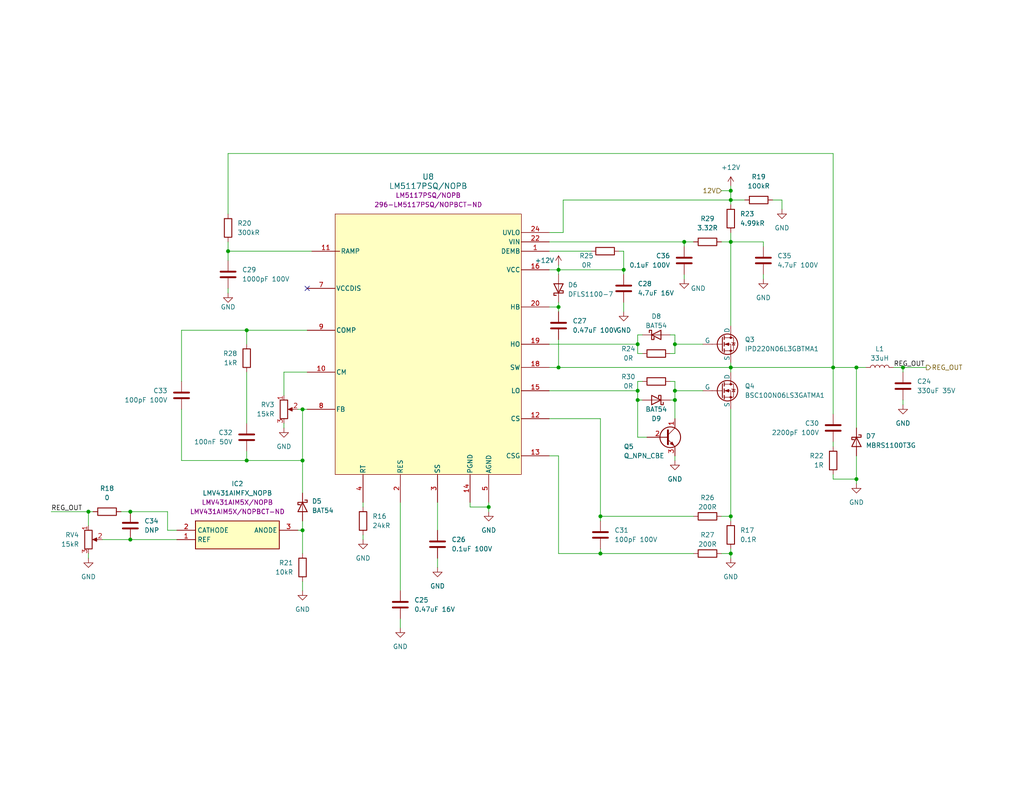
<source format=kicad_sch>
(kicad_sch (version 20230121) (generator eeschema)
  (paper "A")
  (title_block (date "2024-01-11") (company "George Jurgiel") (comment 1 "CC/CV Buck Converter") (comment 2 "I still need to look over this again for determing part numbers and values"))
  (lib_symbols
    (symbol "Adjustable_Power_Suppy:LM5117PSQ_NOPB" (pin_names (offset 0.254))
      (property "Reference" "U" (at 33.02 10.16 0))
      (property "Value" "LM5117PSQ/NOPB" (at 33.02 7.62 0))
      (property "MPN" "LM5117PSQ/NOPB" (at -13.97 16.51 0))
      (property "Digikey PN" "296-LM5117PSQ/NOPBCT-ND" (at 0 19.05 0))
      (symbol "LM5117PSQ_NOPB_0_1"
        (pin input line (at 66.04 -5.08 180) (length 7.62) (name "DEMB") (number "1"))
        (pin output line (at 0 -38.1 0) (length 7.62) (name "CM") (number "10"))
        (pin unspecified line (at 1.27 -5.08 0) (length 7.62) (name "RAMP") (number "11"))
        (pin input line (at 66.04 -50.8 180) (length 7.62) (name "CS") (number "12"))
        (pin unspecified line (at 66.04 -60.96 180) (length 7.62) (name "CSG") (number "13"))
        (pin power_in line (at 44.45 -73.66 90) (length 7.62) (name "PGND") (number "14"))
        (pin output line (at 66.04 -43.18 180) (length 7.62) (name "LO") (number "15"))
        (pin power_in line (at 66.04 -10.16 180) (length 7.62) (name "VCC") (number "16"))
        (pin unspecified line (at 66.04 -36.83 180) (length 7.62) (name "SW") (number "18"))
        (pin output line (at 66.04 -30.48 180) (length 7.62) (name "HO") (number "19"))
        (pin unspecified line (at 25.4 -73.66 90) (length 7.62) (name "RES") (number "2"))
        (pin unspecified line (at 66.04 -20.32 180) (length 7.62) (name "HB") (number "20"))
        (pin input line (at 66.04 -2.54 180) (length 7.62) (name "VIN") (number "22"))
        (pin unspecified line (at 66.04 0 180) (length 7.62) (name "UVLO") (number "24"))
        (pin unspecified line (at 35.56 -73.66 90) (length 7.62) (name "SS") (number "3"))
        (pin unspecified line (at 15.24 -73.66 90) (length 7.62) (name "RT") (number "4"))
        (pin power_in line (at 49.53 -73.66 90) (length 7.62) (name "AGND") (number "5"))
        (pin power_in line (at 0 -15.24 0) (length 7.62) (name "VCCDIS") (number "7"))
        (pin input line (at 0 -48.26 0) (length 7.62) (name "FB") (number "8"))
        (pin output line (at 0 -26.67 0) (length 7.62) (name "COMP") (number "9"))
      )
      (symbol "LM5117PSQ_NOPB_1_1"
        (rectangle (start 7.62 5.08) (end 58.42 -66.04) (fill (type background)))
      )
    )
    (symbol "Adjustable_Power_Suppy:LMV431AIMFX_NOPB"
      (property "Reference" "IC" (at 29.21 7.62 0))
      (property "Value" "LMV431AIMFX_NOPB" (at 29.21 5.08 0))
      (property "MPN" "LMV431AIM5X/NOPB" (at 0 6.35 0))
      (property "Digikey PN" "LMV431AIM5X/NOPBCT-ND" (at -2.54 10.16 0))
      (symbol "LMV431AIMFX_NOPB_1_1"
        (rectangle (start 5.08 2.54) (end 27.94 -5.08) (stroke (width 0.254)) (fill (type background)))
        (pin passive line (at 0 -2.54 0) (length 5.08) (name "REF") (number "1"))
        (pin passive line (at 0 0 0) (length 5.08) (name "CATHODE") (number "2"))
        (pin passive line (at 33.02 0 180) (length 5.08) (name "ANODE") (number "3"))
      )
    )
    (symbol "Device:C" (pin_numbers hide) (pin_names (offset 0.254))
      (property "Reference" "C" (at 0.635 2.54 0))
      (property "Value" "C" (at 0.635 -2.54 0))
      (symbol "C_0_1"
        (polyline (pts (xy -2.032 -0.762) (xy 2.032 -0.762)) (stroke (width 0.508)))
        (polyline (pts (xy -2.032 0.762) (xy 2.032 0.762)) (stroke (width 0.508)))
      )
      (symbol "C_1_1"
        (pin passive line (at 0 3.81 270) (length 2.794) (name "~") (number "1"))
        (pin passive line (at 0 -3.81 90) (length 2.794) (name "~") (number "2"))
      )
    )
    (symbol "Device:D_Schottky" (pin_numbers hide) (pin_names (offset 1.016) hide)
      (property "Reference" "D" (at 0 2.54 0))
      (property "Value" "D_Schottky" (at 0 -2.54 0))
      (symbol "D_Schottky_0_1"
        (polyline (pts (xy 1.27 0) (xy -1.27 0)))
        (polyline (pts (xy 1.27 1.27) (xy 1.27 -1.27) (xy -1.27 0) (xy 1.27 1.27)) (stroke (width 0.254)))
        (polyline (pts (xy -1.905 0.635) (xy -1.905 1.27) (xy -1.27 1.27) (xy -1.27 -1.27) (xy -0.635 -1.27) (xy -0.635 -0.635)) (stroke (width 0.254)))
      )
      (symbol "D_Schottky_1_1"
        (pin passive line (at -3.81 0 0) (length 2.54) (name "K") (number "1"))
        (pin passive line (at 3.81 0 180) (length 2.54) (name "A") (number "2"))
      )
    )
    (symbol "Device:L" (pin_numbers hide) (pin_names (offset 1.016) hide)
      (property "Reference" "L" (at -1.27 0 90))
      (property "Value" "L" (at 1.905 0 90))
      (symbol "L_0_1"
        (arc (start 0 -2.54) (mid 0.6323 -1.905) (end 0 -1.27))
        (arc (start 0 -1.27) (mid 0.6323 -0.635) (end 0 0))
        (arc (start 0 0) (mid 0.6323 0.635) (end 0 1.27))
        (arc (start 0 1.27) (mid 0.6323 1.905) (end 0 2.54))
      )
      (symbol "L_1_1"
        (pin passive line (at 0 3.81 270) (length 1.27) (name "1") (number "1"))
        (pin passive line (at 0 -3.81 90) (length 1.27) (name "2") (number "2"))
      )
    )
    (symbol "Device:Q_NPN_CBE" (pin_names (offset 0) hide)
      (property "Reference" "Q" (at 5.08 1.27 0))
      (property "Value" "Q_NPN_CBE" (at 5.08 -1.27 0))
      (symbol "Q_NPN_CBE_0_1"
        (polyline (pts (xy 0.635 0.635) (xy 2.54 2.54)))
        (polyline (pts (xy 0.635 -0.635) (xy 2.54 -2.54) (xy 2.54 -2.54)))
        (polyline (pts (xy 0.635 1.905) (xy 0.635 -1.905) (xy 0.635 -1.905)) (stroke (width 0.508)))
        (polyline (pts (xy 1.27 -1.778) (xy 1.778 -1.27) (xy 2.286 -2.286) (xy 1.27 -1.778) (xy 1.27 -1.778)) (fill (type outline)))
        (circle (center 1.27 0) (radius 2.8194) (stroke (width 0.254)))
      )
      (symbol "Q_NPN_CBE_1_1"
        (pin passive line (at 2.54 5.08 270) (length 2.54) (name "C") (number "1"))
        (pin input line (at -5.08 0 0) (length 5.715) (name "B") (number "2"))
        (pin passive line (at 2.54 -5.08 90) (length 2.54) (name "E") (number "3"))
      )
    )
    (symbol "Device:R" (pin_numbers hide) (pin_names (offset 0))
      (property "Reference" "R" (at 2.032 0 90))
      (property "Value" "R" (at 0 0 90))
      (symbol "R_0_1"
        (rectangle (start -1.016 -2.54) (end 1.016 2.54) (stroke (width 0.254)))
      )
      (symbol "R_1_1"
        (pin passive line (at 0 3.81 270) (length 1.27) (name "~") (number "1"))
        (pin passive line (at 0 -3.81 90) (length 1.27) (name "~") (number "2"))
      )
    )
    (symbol "Device:R_Potentiometer" (pin_names (offset 1.016) hide)
      (property "Reference" "RV" (at -4.445 0 90))
      (property "Value" "R_Potentiometer" (at -2.54 0 90))
      (symbol "R_Potentiometer_0_1"
        (polyline (pts (xy 2.54 0) (xy 1.524 0)))
        (polyline (pts (xy 1.143 0) (xy 2.286 0.508) (xy 2.286 -0.508) (xy 1.143 0)) (fill (type outline)))
        (rectangle (start 1.016 2.54) (end -1.016 -2.54) (stroke (width 0.254)))
      )
      (symbol "R_Potentiometer_1_1"
        (pin passive line (at 0 3.81 270) (length 1.27) (name "1") (number "1"))
        (pin passive line (at 3.81 0 180) (length 1.27) (name "2") (number "2"))
        (pin passive line (at 0 -3.81 90) (length 1.27) (name "3") (number "3"))
      )
    )
    (symbol "Simulation_SPICE:NMOS" (pin_numbers hide) (pin_names (offset 0))
      (property "Reference" "Q" (at 5.08 1.27 0))
      (property "Value" "NMOS" (at 5.08 -1.27 0))
      (symbol "NMOS_0_1"
        (polyline (pts (xy 0.254 0) (xy -2.54 0)))
        (polyline (pts (xy 0.254 1.905) (xy 0.254 -1.905)) (stroke (width 0.254)))
        (polyline (pts (xy 0.762 -1.27) (xy 0.762 -2.286)) (stroke (width 0.254)))
        (polyline (pts (xy 0.762 0.508) (xy 0.762 -0.508)) (stroke (width 0.254)))
        (polyline (pts (xy 0.762 2.286) (xy 0.762 1.27)) (stroke (width 0.254)))
        (polyline (pts (xy 2.54 2.54) (xy 2.54 1.778)))
        (polyline (pts (xy 2.54 -2.54) (xy 2.54 0) (xy 0.762 0)))
        (polyline (pts (xy 0.762 -1.778) (xy 3.302 -1.778) (xy 3.302 1.778) (xy 0.762 1.778)))
        (polyline (pts (xy 1.016 0) (xy 2.032 0.381) (xy 2.032 -0.381) (xy 1.016 0)) (fill (type outline)))
        (polyline (pts (xy 2.794 0.508) (xy 2.921 0.381) (xy 3.683 0.381) (xy 3.81 0.254)))
        (polyline (pts (xy 3.302 0.381) (xy 2.921 -0.254) (xy 3.683 -0.254) (xy 3.302 0.381)))
        (circle (center 1.651 0) (radius 2.794) (stroke (width 0.254)))
        (circle (center 2.54 -1.778) (radius 0.254) (fill (type outline)))
        (circle (center 2.54 1.778) (radius 0.254) (fill (type outline)))
      )
      (symbol "NMOS_1_1"
        (pin passive line (at 2.54 5.08 270) (length 2.54) (name "D") (number "1"))
        (pin input line (at -5.08 0 0) (length 2.54) (name "G") (number "2"))
        (pin passive line (at 2.54 -5.08 90) (length 2.54) (name "S") (number "3"))
      )
    )
    (symbol "power:+12V" (power) (pin_names (offset 0))
      (property "Value" "+12V" (at 0 3.556 0))
      (symbol "+12V_0_1"
        (polyline (pts (xy -0.762 1.27) (xy 0 2.54)))
        (polyline (pts (xy 0 0) (xy 0 2.54)))
        (polyline (pts (xy 0 2.54) (xy 0.762 1.27)))
      )
      (symbol "+12V_1_1"
        (pin power_in line (at 0 0 90) (length 0) hide (name "+12V") (number "1"))
      )
    )
    (symbol "power:GND" (power) (pin_names (offset 0))
      (property "Value" "GND" (at 0 -3.81 0))
      (symbol "GND_0_1"
        (polyline (pts (xy 0 0) (xy 0 -1.27) (xy 1.27 -1.27) (xy 0 -2.54) (xy -1.27 -1.27) (xy 0 -1.27)))
      )
      (symbol "GND_1_1"
        (pin power_in line (at 0 0 270) (length 0) hide (name "GND") (number "1"))
      )
    )
  )
  (junction (at 67.31 90.17))
  (junction (at 246.38 100.33))
  (junction (at 233.68 130.81))
  (junction (at 199.39 54.61))
  (junction (at 163.83 151.13))
  (junction (at 173.99 109.22))
  (junction (at 163.83 140.97))
  (junction (at 24.13 139.7))
  (junction (at 227.33 100.33))
  (junction (at 133.35 138.43))
  (junction (at 35.56 139.7))
  (junction (at 62.23 68.58))
  (junction (at 82.55 125.73))
  (junction (at 199.39 151.13))
  (junction (at 199.39 140.97))
  (junction (at 170.18 73.66))
  (junction (at 173.99 93.98))
  (junction (at 152.4 83.82))
  (junction (at 35.56 147.32))
  (junction (at 199.39 52.07))
  (junction (at 82.55 111.76))
  (junction (at 173.99 106.68))
  (junction (at 152.4 73.66))
  (junction (at 199.39 66.04))
  (junction (at 233.68 100.33))
  (junction (at 184.15 106.68))
  (junction (at 152.4 100.33))
  (junction (at 184.15 93.98))
  (junction (at 82.55 144.78))
  (junction (at 186.69 66.04))
  (junction (at 184.15 109.22))
  (junction (at 199.39 100.33))
  (junction (at 67.31 125.73))
  (no_connect (at 83.82 78.74))
  (wire (pts (xy 196.85 140.97) (xy 199.39 140.97)))
  (wire (pts (xy 184.15 96.52) (xy 184.15 93.98)))
  (wire (pts (xy 173.99 91.44) (xy 175.26 91.44)))
  (wire (pts (xy 82.55 142.24) (xy 82.55 144.78)))
  (wire (pts (xy 227.33 100.33) (xy 227.33 113.03)))
  (wire (pts (xy 152.4 100.33) (xy 149.86 100.33)))
  (wire (pts (xy 163.83 114.3) (xy 149.86 114.3)))
  (wire (pts (xy 99.06 146.05) (xy 99.06 147.32)))
  (wire (pts (xy 128.27 137.16) (xy 128.27 138.43)))
  (wire (pts (xy 82.55 111.76) (xy 83.82 111.76)))
  (wire (pts (xy 62.23 41.91) (xy 62.23 58.42)))
  (wire (pts (xy 48.26 144.78) (xy 45.72 144.78)))
  (wire (pts (xy 133.35 138.43) (xy 133.35 139.7)))
  (wire (pts (xy 49.53 125.73) (xy 67.31 125.73)))
  (wire (pts (xy 182.88 96.52) (xy 184.15 96.52)))
  (wire (pts (xy 24.13 139.7) (xy 24.13 143.51)))
  (wire (pts (xy 152.4 72.39) (xy 152.4 73.66)))
  (wire (pts (xy 233.68 130.81) (xy 233.68 132.08)))
  (wire (pts (xy 246.38 100.33) (xy 246.38 101.6)))
  (wire (pts (xy 227.33 120.65) (xy 227.33 121.92)))
  (wire (pts (xy 227.33 100.33) (xy 233.68 100.33)))
  (wire (pts (xy 213.36 54.61) (xy 213.36 57.15)))
  (wire (pts (xy 199.39 50.8) (xy 199.39 52.07)))
  (wire (pts (xy 24.13 151.13) (xy 24.13 152.4)))
  (wire (pts (xy 149.86 93.98) (xy 173.99 93.98)))
  (wire (pts (xy 77.47 101.6) (xy 83.82 101.6)))
  (wire (pts (xy 175.26 109.22) (xy 173.99 109.22)))
  (wire (pts (xy 152.4 73.66) (xy 170.18 73.66)))
  (wire (pts (xy 45.72 139.7) (xy 45.72 144.78)))
  (wire (pts (xy 182.88 104.14) (xy 184.15 104.14)))
  (wire (pts (xy 208.28 66.04) (xy 208.28 67.31)))
  (wire (pts (xy 233.68 124.46) (xy 233.68 130.81)))
  (wire (pts (xy 199.39 151.13) (xy 196.85 151.13)))
  (wire (pts (xy 49.53 90.17) (xy 67.31 90.17)))
  (wire (pts (xy 227.33 41.91) (xy 227.33 100.33)))
  (wire (pts (xy 27.94 147.32) (xy 35.56 147.32)))
  (wire (pts (xy 184.15 106.68) (xy 184.15 109.22)))
  (wire (pts (xy 227.33 130.81) (xy 233.68 130.81)))
  (wire (pts (xy 149.86 66.04) (xy 186.69 66.04)))
  (wire (pts (xy 152.4 83.82) (xy 149.86 83.82)))
  (wire (pts (xy 82.55 111.76) (xy 82.55 125.73)))
  (wire (pts (xy 199.39 63.5) (xy 199.39 66.04)))
  (wire (pts (xy 163.83 140.97) (xy 189.23 140.97)))
  (wire (pts (xy 196.85 66.04) (xy 199.39 66.04)))
  (wire (pts (xy 186.69 66.04) (xy 189.23 66.04)))
  (wire (pts (xy 99.06 137.16) (xy 99.06 138.43)))
  (wire (pts (xy 199.39 100.33) (xy 152.4 100.33)))
  (wire (pts (xy 67.31 90.17) (xy 67.31 93.98)))
  (wire (pts (xy 82.55 125.73) (xy 67.31 125.73)))
  (wire (pts (xy 173.99 119.38) (xy 176.53 119.38)))
  (wire (pts (xy 173.99 104.14) (xy 173.99 106.68)))
  (wire (pts (xy 49.53 90.17) (xy 49.53 104.14)))
  (wire (pts (xy 62.23 66.04) (xy 62.23 68.58)))
  (wire (pts (xy 184.15 104.14) (xy 184.15 106.68)))
  (wire (pts (xy 81.28 144.78) (xy 82.55 144.78)))
  (wire (pts (xy 199.39 88.9) (xy 199.39 66.04)))
  (wire (pts (xy 199.39 100.33) (xy 227.33 100.33)))
  (wire (pts (xy 196.85 52.07) (xy 199.39 52.07)))
  (wire (pts (xy 170.18 82.55) (xy 170.18 85.09)))
  (wire (pts (xy 109.22 168.91) (xy 109.22 171.45)))
  (wire (pts (xy 199.39 54.61) (xy 203.2 54.61)))
  (wire (pts (xy 175.26 104.14) (xy 173.99 104.14)))
  (wire (pts (xy 173.99 96.52) (xy 175.26 96.52)))
  (wire (pts (xy 170.18 68.58) (xy 170.18 73.66)))
  (wire (pts (xy 184.15 91.44) (xy 184.15 93.98)))
  (wire (pts (xy 170.18 73.66) (xy 170.18 74.93)))
  (wire (pts (xy 182.88 109.22) (xy 184.15 109.22)))
  (wire (pts (xy 119.38 152.4) (xy 119.38 154.94)))
  (wire (pts (xy 13.97 139.7) (xy 24.13 139.7)))
  (wire (pts (xy 199.39 149.86) (xy 199.39 151.13)))
  (wire (pts (xy 163.83 140.97) (xy 163.83 114.3)))
  (wire (pts (xy 119.38 137.16) (xy 119.38 144.78)))
  (wire (pts (xy 67.31 90.17) (xy 83.82 90.17)))
  (wire (pts (xy 168.91 68.58) (xy 170.18 68.58)))
  (wire (pts (xy 184.15 109.22) (xy 184.15 114.3)))
  (wire (pts (xy 82.55 158.75) (xy 82.55 161.29)))
  (wire (pts (xy 173.99 93.98) (xy 173.99 96.52)))
  (wire (pts (xy 48.26 147.32) (xy 35.56 147.32)))
  (wire (pts (xy 210.82 54.61) (xy 213.36 54.61)))
  (wire (pts (xy 182.88 91.44) (xy 184.15 91.44)))
  (wire (pts (xy 149.86 63.5) (xy 153.67 63.5)))
  (wire (pts (xy 77.47 101.6) (xy 77.47 107.95)))
  (wire (pts (xy 149.86 106.68) (xy 173.99 106.68)))
  (wire (pts (xy 153.67 63.5) (xy 153.67 54.61)))
  (wire (pts (xy 199.39 140.97) (xy 199.39 142.24)))
  (wire (pts (xy 199.39 66.04) (xy 208.28 66.04)))
  (wire (pts (xy 173.99 119.38) (xy 173.99 109.22)))
  (wire (pts (xy 109.22 137.16) (xy 109.22 161.29)))
  (wire (pts (xy 199.39 101.6) (xy 199.39 100.33)))
  (wire (pts (xy 152.4 83.82) (xy 152.4 85.09)))
  (wire (pts (xy 173.99 91.44) (xy 173.99 93.98)))
  (wire (pts (xy 152.4 151.13) (xy 163.83 151.13)))
  (wire (pts (xy 189.23 151.13) (xy 163.83 151.13)))
  (wire (pts (xy 62.23 68.58) (xy 62.23 71.12)))
  (wire (pts (xy 152.4 73.66) (xy 152.4 74.93)))
  (wire (pts (xy 199.39 54.61) (xy 199.39 55.88)))
  (wire (pts (xy 186.69 66.04) (xy 186.69 67.31)))
  (wire (pts (xy 152.4 92.71) (xy 152.4 100.33)))
  (wire (pts (xy 233.68 100.33) (xy 236.22 100.33)))
  (wire (pts (xy 233.68 116.84) (xy 233.68 100.33)))
  (wire (pts (xy 199.39 111.76) (xy 199.39 140.97)))
  (wire (pts (xy 173.99 106.68) (xy 173.99 109.22)))
  (wire (pts (xy 82.55 134.62) (xy 82.55 125.73)))
  (wire (pts (xy 149.86 68.58) (xy 161.29 68.58)))
  (wire (pts (xy 25.4 139.7) (xy 24.13 139.7)))
  (wire (pts (xy 227.33 41.91) (xy 62.23 41.91)))
  (wire (pts (xy 62.23 78.74) (xy 62.23 80.01)))
  (wire (pts (xy 163.83 149.86) (xy 163.83 151.13)))
  (wire (pts (xy 153.67 54.61) (xy 199.39 54.61)))
  (wire (pts (xy 81.28 111.76) (xy 82.55 111.76)))
  (wire (pts (xy 133.35 138.43) (xy 133.35 137.16)))
  (wire (pts (xy 227.33 129.54) (xy 227.33 130.81)))
  (wire (pts (xy 149.86 124.46) (xy 152.4 124.46)))
  (wire (pts (xy 62.23 68.58) (xy 85.09 68.58)))
  (wire (pts (xy 184.15 106.68) (xy 191.77 106.68)))
  (wire (pts (xy 199.39 52.07) (xy 199.39 54.61)))
  (wire (pts (xy 67.31 123.19) (xy 67.31 125.73)))
  (wire (pts (xy 82.55 144.78) (xy 82.55 151.13)))
  (wire (pts (xy 243.84 100.33) (xy 246.38 100.33)))
  (wire (pts (xy 246.38 109.22) (xy 246.38 110.49)))
  (wire (pts (xy 33.02 139.7) (xy 35.56 139.7)))
  (wire (pts (xy 184.15 124.46) (xy 184.15 125.73)))
  (wire (pts (xy 152.4 124.46) (xy 152.4 151.13)))
  (wire (pts (xy 49.53 111.76) (xy 49.53 125.73)))
  (wire (pts (xy 128.27 138.43) (xy 133.35 138.43)))
  (wire (pts (xy 152.4 82.55) (xy 152.4 83.82)))
  (wire (pts (xy 246.38 100.33) (xy 252.73 100.33)))
  (wire (pts (xy 67.31 101.6) (xy 67.31 115.57)))
  (wire (pts (xy 186.69 76.2) (xy 186.69 74.93)))
  (wire (pts (xy 45.72 139.7) (xy 35.56 139.7)))
  (wire (pts (xy 208.28 76.2) (xy 208.28 74.93)))
  (wire (pts (xy 184.15 93.98) (xy 191.77 93.98)))
  (wire (pts (xy 149.86 73.66) (xy 152.4 73.66)))
  (wire (pts (xy 199.39 100.33) (xy 199.39 99.06)))
  (wire (pts (xy 77.47 115.57) (xy 77.47 116.84)))
  (wire (pts (xy 163.83 140.97) (xy 163.83 142.24)))
  (wire (pts (xy 199.39 151.13) (xy 199.39 152.4)))
  (label "REG_OUT" (at 243.84 100.33 0))
  (label "REG_OUT" (at 13.97 139.7 0))
  (hierarchical_label "REG_OUT" (shape output) (at 252.73 100.33 0))
  (hierarchical_label "12V" (shape input) (at 196.85 52.07 180))
  (symbol (lib_id "power:GND") (at 24.13 152.4 0) (unit 1)
    (property "Reference" "#PWR050" (effects hide))
    (property "Value" "GND" (at 24.13 157.48 0))
  )
  (symbol (lib_id "power:GND") (at 82.55 161.29 0) (unit 1)
    (property "Reference" "#PWR049" (effects hide))
    (property "Value" "GND" (at 82.55 166.37 0))
  )
  (symbol (lib_id "power:GND") (at 119.38 154.94 0) (unit 1)
    (property "Reference" "#PWR048" (effects hide))
    (property "Value" "GND" (at 119.38 160.02 0))
  )
  (symbol (lib_id "power:GND") (at 186.69 76.2 0) (unit 1)
    (property "Reference" "#PWR053" (effects hide))
    (property "Value" "GND" (at 190.5 78.74 0))
  )
  (symbol (lib_id "Simulation_SPICE:NMOS") (at 196.85 93.98 0) (unit 1)
    (property "Reference" "Q3" (at 203.2 92.71 0) (effects (justify left)))
    (property "Value" "IPD220N06L3GBTMA1" (at 203.2 95.25 0) (effects (justify left)))
    (property "Datasheet" "https://www.infineon.com/dgdl/IPD220N06L3_Rev2.0.pdf?folderId=db3a30431441fb5d01148ca9f1be0e77&fileId=db3a30431ddc9372011e266fb35e471a" (effects hide))
    (property "MPN" "IPD220N06L3GBTMA1" (effects hide))
    (property "Digikey PN" "IPD220N06L3GBTMA1CT-ND" (effects hide))
  )
  (symbol (lib_id "Device:R") (at 82.55 154.94 0) (mirror y) (unit 1)
    (property "Reference" "R21" (at 80.01 153.67 0) (effects (justify left)))
    (property "Value" "10kR" (at 80.01 156.21 0) (effects (justify left)))
  )
  (symbol (lib_id "power:GND") (at 62.23 80.01 0) (unit 1)
    (property "Reference" "#PWR046" (effects hide))
    (property "Value" "GND" (at 62.23 83.82 0))
  )
  (symbol (lib_id "Device:R") (at 62.23 62.23 0) (unit 1)
    (property "Reference" "R20" (at 64.77 60.96 0) (effects (justify left)))
    (property "Value" "300kR" (at 64.77 63.5 0) (effects (justify left)))
  )
  (symbol (lib_id "Device:D_Schottky") (at 233.68 120.65 270) (unit 1)
    (property "Reference" "D7" (at 236.22 119.0625 90) (effects (justify left)))
    (property "Value" "MBRS1100T3G" (at 236.22 121.6025 90) (effects (justify left)))
    (property "Datasheet" "https://www.onsemi.com/pdf/datasheet/mbrs1100t3-d.pdf" (effects hide))
    (property "MPN" "MBRS1100T3G" (effects hide))
    (property "Digikey PN" "MBRS1100T3GOSCT-ND" (effects hide))
  )
  (symbol (lib_id "Device:R") (at 193.04 66.04 90) (unit 1)
    (property "Reference" "R29" (at 193.04 59.69 90))
    (property "Value" "3.32R" (at 193.04 62.23 90))
  )
  (symbol (lib_id "Device:R") (at 29.21 139.7 90) (unit 1)
    (property "Reference" "R18" (at 29.21 133.35 90))
    (property "Value" "0" (at 29.21 135.89 90))
  )
  (symbol (lib_id "Device:C") (at 152.4 88.9 0) (unit 1)
    (property "Reference" "C27" (at 156.21 87.63 0) (effects (justify left)))
    (property "Value" "0.47uF 100V" (at 156.21 90.17 0) (effects (justify left)))
  )
  (symbol (lib_id "Device:C") (at 119.38 148.59 0) (unit 1)
    (property "Reference" "C26" (at 123.19 147.32 0) (effects (justify left)))
    (property "Value" "0.1uF 100V" (at 123.19 149.86 0) (effects (justify left)))
  )
  (symbol (lib_id "power:GND") (at 233.68 132.08 0) (unit 1)
    (property "Reference" "#PWR051" (effects hide))
    (property "Value" "GND" (at 233.68 137.16 0))
  )
  (symbol (lib_id "Device:L") (at 240.03 100.33 90) (unit 1)
    (property "Reference" "L1" (at 240.03 95.25 90))
    (property "Value" "33uH" (at 240.03 97.79 90))
  )
  (symbol (lib_id "Device:C") (at 227.33 116.84 0) (mirror y) (unit 1)
    (property "Reference" "C30" (at 223.52 115.57 0) (effects (justify left)))
    (property "Value" "2200pF 100V" (at 223.52 118.11 0) (effects (justify left)))
  )
  (symbol (lib_id "Device:R") (at 179.07 104.14 90) (unit 1)
    (property "Reference" "R30" (at 171.45 102.87 90))
    (property "Value" "0R" (at 171.45 105.41 90))
  )
  (symbol (lib_id "Device:R") (at 67.31 97.79 0) (mirror y) (unit 1)
    (property "Reference" "R28" (at 64.77 96.52 0) (effects (justify left)))
    (property "Value" "1kR" (at 64.77 99.06 0) (effects (justify left)))
  )
  (symbol (lib_id "power:+12V") (at 199.39 50.8 0) (unit 1)
    (property "Reference" "#PWR056" (effects hide))
    (property "Value" "+12V" (at 199.39 45.72 0))
  )
  (symbol (lib_id "power:GND") (at 184.15 125.73 0) (unit 1)
    (property "Reference" "#PWR055" (effects hide))
    (property "Value" "GND" (at 184.15 130.81 0))
  )
  (symbol (lib_id "Device:R") (at 99.06 142.24 0) (unit 1)
    (property "Reference" "R16" (at 101.6 140.97 0) (effects (justify left)))
    (property "Value" "24kR" (at 101.6 143.51 0) (effects (justify left)))
  )
  (symbol (lib_id "Device:R") (at 165.1 68.58 90) (mirror x) (unit 1)
    (property "Reference" "R25" (at 160.02 69.85 90))
    (property "Value" "0R" (at 160.02 72.39 90))
  )
  (symbol (lib_id "Device:C") (at 170.18 78.74 0) (unit 1)
    (property "Reference" "C28" (at 173.99 77.47 0) (effects (justify left)))
    (property "Value" "4.7uF 16V" (at 173.99 80.01 0) (effects (justify left)))
  )
  (symbol (lib_id "Device:C") (at 186.69 71.12 0) (mirror y) (unit 1)
    (property "Reference" "C36" (at 182.88 69.85 0) (effects (justify left)))
    (property "Value" "0.1uF 100V" (at 182.88 72.39 0) (effects (justify left)))
  )
  (symbol (lib_id "power:GND") (at 133.35 139.7 0) (unit 1)
    (property "Reference" "#PWR042" (effects hide))
    (property "Value" "GND" (at 133.35 144.78 0))
  )
  (symbol (lib_id "Device:R") (at 227.33 125.73 0) (mirror y) (unit 1)
    (property "Reference" "R22" (at 224.79 124.46 0) (effects (justify left)))
    (property "Value" "1R" (at 224.79 127 0) (effects (justify left)))
  )
  (symbol (lib_id "Device:D_Schottky") (at 179.07 109.22 180) (unit 1)
    (property "Reference" "D9" (at 179.07 114.3 0))
    (property "Value" "BAT54" (at 179.07 111.76 0))
    (property "Datasheet" "https://www.smc-diodes.com/propdf/BAT54(A)(C)(S)%20N0123%20REV.D.pdf" (effects hide))
    (property "MPN" "BAT54" (effects hide))
    (property "Digikey PN" "1655-BAT54CT-ND" (effects hide))
  )
  (symbol (lib_id "Device:C") (at 208.28 71.12 0) (unit 1)
    (property "Reference" "C35" (at 212.09 69.85 0) (effects (justify left)))
    (property "Value" "4.7uF 100V" (at 212.09 72.39 0) (effects (justify left)))
  )
  (symbol (lib_id "Device:D_Schottky") (at 179.07 91.44 0) (unit 1)
    (property "Reference" "D8" (at 179.07 86.36 0))
    (property "Value" "BAT54" (at 179.07 88.9 0))
    (property "Datasheet" "https://www.smc-diodes.com/propdf/BAT54(A)(C)(S)%20N0123%20REV.D.pdf" (effects hide))
    (property "MPN" "BAT54" (effects hide))
    (property "Digikey PN" "1655-BAT54CT-ND" (effects hide))
  )
  (symbol (lib_id "Simulation_SPICE:NMOS") (at 196.85 106.68 0) (unit 1)
    (property "Reference" "Q4" (at 203.2 105.41 0) (effects (justify left)))
    (property "Value" "BSC100N06LS3GATMA1" (at 203.2 107.95 0) (effects (justify left)))
    (property "Datasheet" "https://www.infineon.com/dgdl/BSC100N06LS3_rev2.2.pdf?folderId=db3a30431ddc9372011ebafa04517f8b&fileId=db3a30431ddc9372011ebb0823387fd7" (effects hide))
    (property "MPN" "BSC100N06LS3GATMA1" (effects hide))
    (property "Digikey PN" "BSC100N06LS3GATMA1CT-ND" (effects hide))
  )
  (symbol (lib_id "Device:R") (at 199.39 146.05 0) (unit 1)
    (property "Reference" "R17" (at 201.93 144.78 0) (effects (justify left)))
    (property "Value" "0.1R" (at 201.93 147.32 0) (effects (justify left)))
  )
  (symbol (lib_id "power:GND") (at 246.38 110.49 0) (unit 1)
    (property "Reference" "#PWR041" (effects hide))
    (property "Value" "GND" (at 246.38 115.57 0))
  )
  (symbol (lib_id "Device:R") (at 179.07 96.52 90) (unit 1)
    (property "Reference" "R24" (at 171.45 95.25 90))
    (property "Value" "0R" (at 171.45 97.79 90))
  )
  (symbol (lib_id "power:GND") (at 99.06 147.32 0) (unit 1)
    (property "Reference" "#PWR043" (effects hide))
    (property "Value" "GND" (at 99.06 152.4 0))
  )
  (symbol (lib_id "Device:R_Potentiometer") (at 24.13 147.32 0) (unit 1)
    (property "Reference" "RV4" (at 21.59 146.05 0) (effects (justify right)))
    (property "Value" "15kR" (at 21.59 148.59 0) (effects (justify right)))
  )
  (symbol (lib_id "Device:C") (at 49.53 107.95 0) (mirror y) (unit 1)
    (property "Reference" "C33" (at 45.72 106.68 0) (effects (justify left)))
    (property "Value" "100pF 100V" (at 45.72 109.22 0) (effects (justify left)))
  )
  (symbol (lib_id "power:GND") (at 199.39 152.4 0) (unit 1)
    (property "Reference" "#PWR039" (effects hide))
    (property "Value" "GND" (at 199.39 157.48 0))
  )
  (symbol (lib_id "Device:D_Schottky") (at 82.55 138.43 270) (unit 1)
    (property "Reference" "D5" (at 85.09 136.8425 90) (effects (justify left)))
    (property "Value" "BAT54" (at 85.09 139.3825 90) (effects (justify left)))
    (property "Datasheet" "https://www.smc-diodes.com/propdf/BAT54(A)(C)(S)%20N0123%20REV.D.pdf" (effects hide))
    (property "MPN" "BAT54" (effects hide))
    (property "Digikey PN" "1655-BAT54CT-ND" (effects hide))
  )
  (symbol (lib_id "Device:R_Potentiometer") (at 77.47 111.76 0) (unit 1)
    (property "Reference" "RV3" (at 74.93 110.49 0) (effects (justify right)))
    (property "Value" "15kR" (at 74.93 113.03 0) (effects (justify right)))
  )
  (symbol (lib_id "Device:Q_NPN_CBE") (at 181.61 119.38 0) (unit 1)
    (property "Reference" "Q5" (at 170.18 121.92 0) (effects (justify left)))
    (property "Value" "Q_NPN_CBE" (at 170.18 124.46 0) (effects (justify left)))
  )
  (symbol (lib_id "Adjustable_Power_Suppy:LMV431AIMFX_NOPB") (at 48.26 144.78 0) (unit 1)
    (property "Reference" "IC2" (at 64.77 132.08 0))
    (property "Value" "LMV431AIMFX_NOPB" (at 64.77 134.62 0))
    (property "Footprint" "SOT95P237X112-3N" (effects hide))
    (property "Datasheet" "https://www.ti.com/general/docs/suppproductinfo.tsp?distId=10&gotoUrl=http%253A%252F%252Fwww.ti.com%252Flit%252Fgpn%252Flmv431" (effects hide))
    (property "MPN" "LMV431AIM5X/NOPB" (at 64.77 137.16 0))
    (property "Digikey PN" "LMV431AIM5X/NOPBCT-ND" (at 64.77 139.7 0))
  )
  (symbol (lib_id "Device:C") (at 67.31 119.38 0) (mirror y) (unit 1)
    (property "Reference" "C32" (at 63.5 118.11 0) (effects (justify left)))
    (property "Value" "100nF 50V" (at 63.5 120.65 0) (effects (justify left)))
  )
  (symbol (lib_id "Device:C") (at 35.56 143.51 0) (unit 1)
    (property "Reference" "C34" (at 39.37 142.24 0) (effects (justify left)))
    (property "Value" "DNP" (at 39.37 144.78 0) (effects (justify left)))
  )
  (symbol (lib_id "power:GND") (at 213.36 57.15 0) (unit 1)
    (property "Reference" "#PWR054" (effects hide))
    (property "Value" "GND" (at 213.36 62.23 0))
  )
  (symbol (lib_id "power:GND") (at 208.28 76.2 0) (unit 1)
    (property "Reference" "#PWR052" (effects hide))
    (property "Value" "GND" (at 208.28 81.28 0))
  )
  (symbol (lib_id "Device:R") (at 193.04 140.97 90) (unit 1)
    (property "Reference" "R26" (at 193.04 135.89 90))
    (property "Value" "200R" (at 193.04 138.43 90))
  )
  (symbol (lib_id "Device:R") (at 199.39 59.69 180) (unit 1)
    (property "Reference" "R23" (at 201.93 58.42 0) (effects (justify right)))
    (property "Value" "4.99kR" (at 201.93 60.96 0) (effects (justify right)))
  )
  (symbol (lib_id "Device:C") (at 163.83 146.05 0) (unit 1)
    (property "Reference" "C31" (at 167.64 144.78 0) (effects (justify left)))
    (property "Value" "100pF 100V" (at 167.64 147.32 0) (effects (justify left)))
  )
  (symbol (lib_id "Device:C") (at 246.38 105.41 0) (unit 1)
    (property "Reference" "C24" (at 250.19 104.14 0) (effects (justify left)))
    (property "Value" "330uF 35V" (at 250.19 106.68 0) (effects (justify left)))
  )
  (symbol (lib_id "Device:C") (at 62.23 74.93 0) (unit 1)
    (property "Reference" "C29" (at 66.04 73.66 0) (effects (justify left)))
    (property "Value" "1000pF 100V" (at 66.04 76.2 0) (effects (justify left)))
  )
  (symbol (lib_id "Device:C") (at 109.22 165.1 0) (unit 1)
    (property "Reference" "C25" (at 113.03 163.83 0) (effects (justify left)))
    (property "Value" "0.47uF 16V" (at 113.03 166.37 0) (effects (justify left)))
  )
  (symbol (lib_id "Device:R") (at 193.04 151.13 90) (unit 1)
    (property "Reference" "R27" (at 193.04 146.05 90))
    (property "Value" "200R" (at 193.04 148.59 90))
  )
  (symbol (lib_id "Adjustable_Power_Suppy:LM5117PSQ_NOPB") (at 83.82 63.5 0) (unit 1)
    (property "Reference" "U8" (at 116.84 48.26 0) (effects (font (size 1.524 1.524))))
    (property "Value" "LM5117PSQ/NOPB" (at 116.84 50.8 0) (effects (font (size 1.524 1.524))))
    (property "Footprint" "Adjustable_Power_Supply:LM5117PSQ_NOPB" (effects hide))
    (property "Datasheet" "https://www.ti.com/general/docs/suppproductinfo.tsp?distId=10&gotoUrl=https%3A%2F%2Fwww.ti.com%2Flit%2Fgpn%2Flm5117" (effects hide))
    (property "MPN" "LM5117PSQ/NOPB" (at 116.84 53.34 0))
    (property "Digikey PN" "296-LM5117PSQ/NOPBCT-ND" (at 116.84 55.88 0))
  )
  (symbol (lib_id "power:GND") (at 109.22 171.45 0) (unit 1)
    (property "Reference" "#PWR044" (effects hide))
    (property "Value" "GND" (at 109.22 176.53 0))
  )
  (symbol (lib_id "Device:R") (at 207.01 54.61 90) (unit 1)
    (property "Reference" "R19" (at 207.01 48.26 90))
    (property "Value" "100kR" (at 207.01 50.8 90))
  )
  (symbol (lib_id "power:GND") (at 170.18 85.09 0) (unit 1)
    (property "Reference" "#PWR045" (effects hide))
    (property "Value" "GND" (at 170.18 90.17 0))
  )
  (symbol (lib_id "power:GND") (at 77.47 116.84 0) (unit 1)
    (property "Reference" "#PWR047" (effects hide))
    (property "Value" "GND" (at 77.47 121.92 0))
  )
  (symbol (lib_id "power:+12V") (at 152.4 72.39 0) (unit 1)
    (property "Reference" "#PWR057" (effects hide))
    (property "Value" "+12V" (at 148.59 71.12 0))
  )
  (symbol (lib_id "Device:D_Schottky") (at 152.4 78.74 90) (unit 1)
    (property "Reference" "D6" (at 154.94 77.7875 90) (effects (justify right)))
    (property "Value" "DFLS1100-7" (at 154.94 80.3275 90) (effects (justify right)))
    (property "Datasheet" "https://www.diodes.com/assets/Datasheets/ds30497.pdf" (effects hide))
    (property "MPN" "DFLS1100-7" (effects hide))
    (property "Digikey PN" "DFLS1100DICT-ND" (effects hide))
  )
)
</source>
